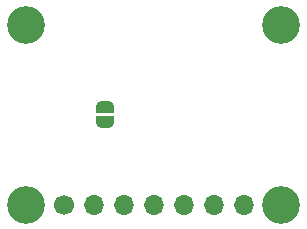
<source format=gbr>
%TF.GenerationSoftware,KiCad,Pcbnew,8.0.3-8.0.3-0~ubuntu23.10.1*%
%TF.CreationDate,2024-08-01T21:15:56-04:00*%
%TF.ProjectId,OPT4001,4f505434-3030-4312-9e6b-696361645f70,rev?*%
%TF.SameCoordinates,Original*%
%TF.FileFunction,Soldermask,Bot*%
%TF.FilePolarity,Negative*%
%FSLAX46Y46*%
G04 Gerber Fmt 4.6, Leading zero omitted, Abs format (unit mm)*
G04 Created by KiCad (PCBNEW 8.0.3-8.0.3-0~ubuntu23.10.1) date 2024-08-01 21:15:56*
%MOMM*%
%LPD*%
G01*
G04 APERTURE LIST*
G04 Aperture macros list*
%AMFreePoly0*
4,1,19,0.500000,-0.750000,0.000000,-0.750000,0.000000,-0.744911,-0.071157,-0.744911,-0.207708,-0.704816,-0.327430,-0.627875,-0.420627,-0.520320,-0.479746,-0.390866,-0.500000,-0.250000,-0.500000,0.250000,-0.479746,0.390866,-0.420627,0.520320,-0.327430,0.627875,-0.207708,0.704816,-0.071157,0.744911,0.000000,0.744911,0.000000,0.750000,0.500000,0.750000,0.500000,-0.750000,0.500000,-0.750000,
$1*%
%AMFreePoly1*
4,1,19,0.000000,0.744911,0.071157,0.744911,0.207708,0.704816,0.327430,0.627875,0.420627,0.520320,0.479746,0.390866,0.500000,0.250000,0.500000,-0.250000,0.479746,-0.390866,0.420627,-0.520320,0.327430,-0.627875,0.207708,-0.704816,0.071157,-0.744911,0.000000,-0.744911,0.000000,-0.750000,-0.500000,-0.750000,-0.500000,0.750000,0.000000,0.750000,0.000000,0.744911,0.000000,0.744911,
$1*%
G04 Aperture macros list end*
%ADD10C,3.200000*%
%ADD11FreePoly0,270.000000*%
%ADD12FreePoly1,270.000000*%
%ADD13O,1.700000X1.700000*%
%ADD14C,1.700000*%
G04 APERTURE END LIST*
D10*
%TO.C,H1*%
X108204000Y-87630000D03*
%TD*%
%TO.C,H4*%
X129794000Y-87630000D03*
%TD*%
%TO.C,H3*%
X108204000Y-102870000D03*
%TD*%
%TO.C,H2*%
X129794000Y-102870000D03*
%TD*%
D11*
%TO.C,JP1*%
X114850000Y-94600000D03*
D12*
X114850000Y-95900000D03*
%TD*%
D13*
%TO.C,J3*%
X126614000Y-102870000D03*
X124074000Y-102870000D03*
X121534000Y-102870000D03*
X118994000Y-102870000D03*
X116454000Y-102870000D03*
X113914000Y-102870000D03*
D14*
X111374000Y-102870000D03*
%TD*%
M02*

</source>
